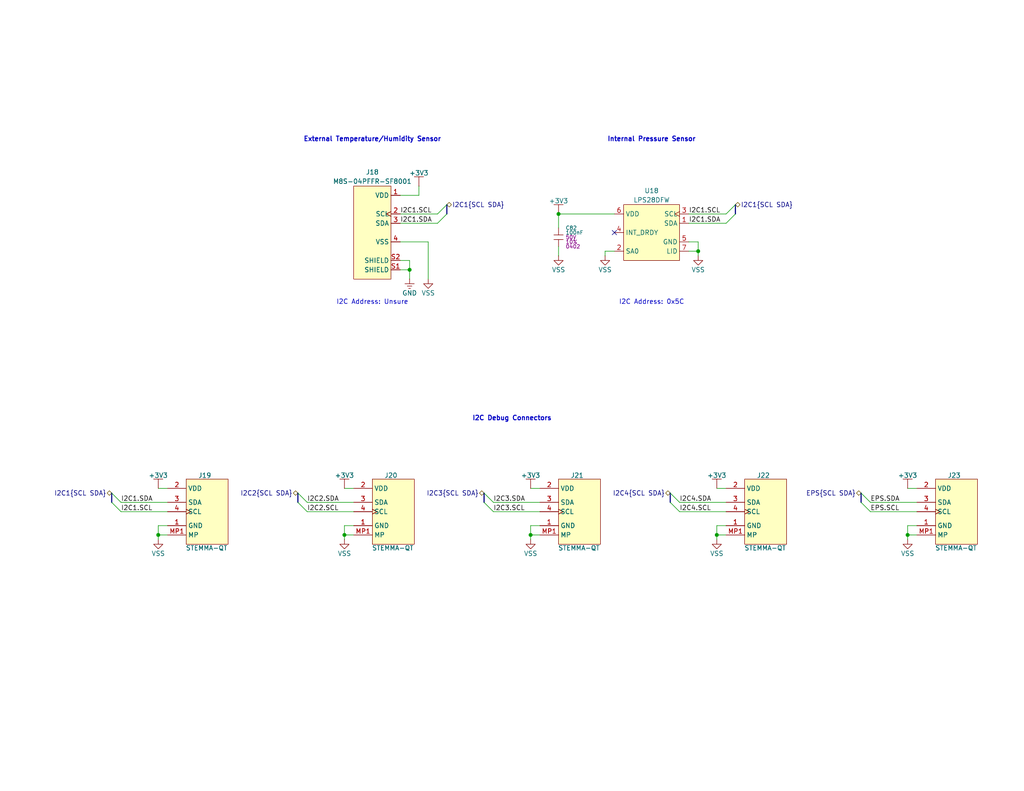
<source format=kicad_sch>
(kicad_sch (version 20250114) (generator "eeschema") (generator_version "9.0")
  (paper "USLetter")
  (title_block (title "Environmental Sensors") (date "2025-03-20") (rev "1") (comment 2 "PROTOTYPE") (comment 3 "2025"))
  (lib_symbols
    (symbol "lib_pwr:+3V3" (power) (pin_numbers (hide yes)) (pin_names (offset 0) (hide yes))
      (property "Value" "+3V3" (at 0 3.556 0))
      (symbol "+3V3_0_1"
        (polyline (pts (xy -1.27 2.54) (xy 0 2.54)))
        (polyline (pts (xy 0 2.54) (xy 1.27 2.54)))
        (polyline (pts (xy 0 0) (xy 0 2.54)))
      )
      (symbol "+3V3_1_1"
        (pin power_in line (at 0 0 90) (length 0) (name "~") (number "1"))
      )
    )
    (symbol "lib_pwr:GND" (power) (pin_numbers (hide yes)) (pin_names (offset 0) (hide yes))
      (property "Value" "GND" (at 0 -3.81 0))
      (symbol "GND_0_1"
        (polyline (pts (xy -1.27 -1.27) (xy -1.27 -1.27)))
        (polyline (pts (xy -0.635 -1.905) (xy 0.635 -1.905)))
        (polyline (pts (xy -0.254 -2.54) (xy -0.254 -2.54)))
        (polyline (pts (xy -0.254 -2.54) (xy 0.254 -2.54)))
        (polyline (pts (xy 0 0) (xy 0 -1.27)))
        (polyline (pts (xy 1.27 -1.27) (xy -1.27 -1.27)))
      )
      (symbol "GND_1_1"
        (pin power_in line (at 0 0 270) (length 0) (name "~") (number "1"))
      )
    )
    (symbol "lib_pwr:VSS" (power) (pin_numbers (hide yes)) (pin_names (offset 0) (hide yes))
      (property "Value" "VSS" (at 0 -3.81 0))
      (symbol "VSS_0_1"
        (polyline (pts (xy 0 0) (xy 0 -1.27) (xy 1.27 -1.27) (xy 0 -2.54) (xy -1.27 -1.27) (xy 0 -1.27)))
      )
      (symbol "VSS_1_1"
        (pin power_in line (at 0 0 270) (length 0) (name "~") (number "1"))
      )
    )
    (symbol "lib_sch:C" (pin_numbers (hide yes)) (pin_names (hide yes))
      (property "Reference" "C?" (at 1.905 2.54 0))
      (property "Value" "CAP" (at 1.905 1.27 0))
      (property "Tolerance" "TOL" (at 1.905 -1.27 0))
      (property "Voltage Rating" "VOLTAGE" (at 1.905 0 0))
      (property "Package" "PKG" (at 1.905 -2.54 0))
      (symbol "C_0_1"
        (polyline (pts (xy -1.27 0.635) (xy 1.27 0.635)))
        (polyline (pts (xy -1.27 -0.635) (xy 1.27 -0.635)))
      )
      (symbol "C_1_1"
        (pin passive line (at 0 2.54 270) (length 1.905) (name "") (number "1"))
        (pin passive line (at 0 -2.54 90) (length 1.905) (name "") (number "2"))
      )
    )
    (symbol "lib_sch:LPS28DFW"
      (property "Reference" "U?" (at 0 11.43 0))
      (property "Value" "LPS28DFW" (at 0 8.89 0))
      (symbol "LPS28DFW_0_0"
        (pin power_in line (at -10.16 5.08 0) (length 2.54) (name "VDD") (number "6"))
        (pin output line (at -10.16 0 0) (length 2.54) (name "INT_DRDY") (number "4"))
        (pin input line (at -10.16 -5.08 0) (length 2.54) (name "SA0") (number "2"))
        (pin bidirectional clock (at 10.16 5.08 180) (length 2.54) (name "SCL") (number "3"))
        (pin bidirectional line (at 10.16 2.54 180) (length 2.54) (name "SDA") (number "1"))
        (pin passive line (at 10.16 -2.54 180) (length 2.54) (name "GND") (number "5"))
      )
      (symbol "LPS28DFW_1_0"
        (pin passive line (at 10.16 -5.08 180) (length 2.54) (name "LID") (number "7"))
      )
      (symbol "LPS28DFW_1_1"
        (rectangle (start -7.62 7.62) (end 7.62 -7.62) (fill (type background)))
      )
    )
    (symbol "lib_sch:M8S-04PFFR-SF8001"
      (property "Reference" "J?" (at 0 16.51 0))
      (property "Value" "M8S-04PFFR-SF8001" (at 0 13.97 0))
      (symbol "M8S-04PFFR-SF8001_0_0"
        (pin power_out line (at 7.62 10.16 180) (length 2.54) (name "VDD") (number "1"))
        (pin bidirectional clock (at 7.62 5.08 180) (length 2.54) (name "SCL") (number "2"))
        (pin bidirectional line (at 7.62 2.54 180) (length 2.54) (name "SDA") (number "3"))
        (pin passive line (at 7.62 -7.62 180) (length 2.54) (name "SHIELD") (number "S2"))
        (pin passive line (at 7.62 -10.16 180) (length 2.54) (name "SHIELD") (number "S1"))
      )
      (symbol "M8S-04PFFR-SF8001_1_0"
        (pin power_in line (at 7.62 -2.54 180) (length 2.54) (name "VSS") (number "4"))
      )
      (symbol "M8S-04PFFR-SF8001_1_1"
        (rectangle (start -5.08 12.7) (end 5.08 -12.7) (fill (type background)))
      )
    )
    (symbol "lib_sch:STEMMA-QT"
      (property "Reference" "J" (at 2.54 9.906 0))
      (property "Value" "STEMMA-QT" (at 3.048 -9.906 0))
      (symbol "STEMMA-QT_1_0"
        (pin power_in line (at -7.62 6.35 0) (length 5.08) (name "VDD") (number "2"))
        (pin bidirectional line (at -7.62 2.54 0) (length 5.08) (name "SDA") (number "3"))
        (pin bidirectional clock (at -7.62 0 0) (length 5.08) (name "SCL") (number "4"))
        (pin power_in line (at -7.62 -3.81 0) (length 5.08) (name "GND") (number "1"))
        (pin passive line (at -7.62 -6.35 0) (length 5.08) (name "MP") (number "MP1"))
        (pin passive line (at -7.62 -6.35 0) (length 5.08) (hide yes) (name "MP") (number "MP2"))
      )
      (symbol "STEMMA-QT_1_1"
        (rectangle (start -2.54 8.89) (end 8.89 -8.89) (fill (type background)))
      )
    )
  )
  (text "I2C Address: Unsure" (at 101.6 82.55 0) (effects (font (size 1.27 1.27) (thickness 0.1588))))
  (text "I2C Address: 0x5C" (at 177.8 82.55 0) (effects (font (size 1.27 1.27) (thickness 0.1588))))
  (text "Internal Pressure Sensor" (at 177.8 38.1 0) (effects (font (size 1.27 1.27) (thickness 0.254) (bold yes))))
  (text "I2C Debug Connectors" (at 139.7 114.3 0) (effects (font (size 1.27 1.27) (thickness 0.254) (bold yes))))
  (text "External Temperature/Humidity Sensor" (at 101.6 38.1 0) (effects (font (size 1.27 1.27) (thickness 0.254) (bold yes))))
  (junction (at 247.65 146.05))
  (junction (at 152.4 58.42))
  (junction (at 195.58 146.05))
  (junction (at 93.98 146.05))
  (junction (at 111.76 73.66))
  (junction (at 43.18 146.05))
  (junction (at 144.78 146.05))
  (junction (at 190.5 68.58))
  (no_connect (at 167.64 63.5))
  (bus_entry (at 33.02 139.7) (size -2.54 -2.54))
  (bus_entry (at 83.82 139.7) (size -2.54 -2.54))
  (bus_entry (at 119.38 60.96) (size 2.54 -2.54))
  (bus_entry (at 185.42 137.16) (size -2.54 -2.54))
  (bus_entry (at 237.49 137.16) (size -2.54 -2.54))
  (bus_entry (at 237.49 139.7) (size -2.54 -2.54))
  (bus_entry (at 119.38 58.42) (size 2.54 -2.54))
  (bus_entry (at 198.12 60.96) (size 2.54 -2.54))
  (bus_entry (at 33.02 137.16) (size -2.54 -2.54))
  (bus_entry (at 83.82 137.16) (size -2.54 -2.54))
  (bus_entry (at 134.62 137.16) (size -2.54 -2.54))
  (bus_entry (at 185.42 139.7) (size -2.54 -2.54))
  (bus_entry (at 134.62 139.7) (size -2.54 -2.54))
  (bus_entry (at 198.12 58.42) (size 2.54 -2.54))
  (wire (pts (xy 195.58 143.51) (xy 195.58 146.05)))
  (wire (pts (xy 187.96 66.04) (xy 190.5 66.04)))
  (wire (pts (xy 187.96 58.42) (xy 198.12 58.42)))
  (wire (pts (xy 195.58 133.35) (xy 198.12 133.35)))
  (wire (pts (xy 93.98 133.35) (xy 96.52 133.35)))
  (wire (pts (xy 111.76 76.2) (xy 111.76 73.66)))
  (wire (pts (xy 187.96 60.96) (xy 198.12 60.96)))
  (wire (pts (xy 83.82 139.7) (xy 96.52 139.7)))
  (wire (pts (xy 144.78 133.35) (xy 147.32 133.35)))
  (wire (pts (xy 134.62 137.16) (xy 147.32 137.16)))
  (wire (pts (xy 247.65 146.05) (xy 250.19 146.05)))
  (bus (pts (xy 182.88 137.16) (xy 182.88 134.62)))
  (wire (pts (xy 247.65 143.51) (xy 247.65 146.05)))
  (wire (pts (xy 247.65 147.32) (xy 247.65 146.05)))
  (bus (pts (xy 234.95 137.16) (xy 234.95 134.62)))
  (wire (pts (xy 109.22 66.04) (xy 116.84 66.04)))
  (wire (pts (xy 33.02 139.7) (xy 45.72 139.7)))
  (wire (pts (xy 109.22 71.12) (xy 111.76 71.12)))
  (bus (pts (xy 132.08 137.16) (xy 132.08 134.62)))
  (wire (pts (xy 152.4 67.31) (xy 152.4 69.85)))
  (wire (pts (xy 190.5 66.04) (xy 190.5 68.58)))
  (wire (pts (xy 43.18 146.05) (xy 45.72 146.05)))
  (wire (pts (xy 134.62 139.7) (xy 147.32 139.7)))
  (wire (pts (xy 250.19 143.51) (xy 247.65 143.51)))
  (wire (pts (xy 93.98 146.05) (xy 96.52 146.05)))
  (wire (pts (xy 152.4 62.23) (xy 152.4 58.42)))
  (wire (pts (xy 185.42 137.16) (xy 198.12 137.16)))
  (wire (pts (xy 109.22 53.34) (xy 114.3 53.34)))
  (wire (pts (xy 185.42 139.7) (xy 198.12 139.7)))
  (wire (pts (xy 190.5 69.85) (xy 190.5 68.58)))
  (wire (pts (xy 111.76 73.66) (xy 109.22 73.66)))
  (wire (pts (xy 45.72 143.51) (xy 43.18 143.51)))
  (bus (pts (xy 81.28 137.16) (xy 81.28 134.62)))
  (wire (pts (xy 237.49 137.16) (xy 250.19 137.16)))
  (wire (pts (xy 165.1 68.58) (xy 167.64 68.58)))
  (bus (pts (xy 30.48 137.16) (xy 30.48 134.62)))
  (wire (pts (xy 43.18 133.35) (xy 45.72 133.35)))
  (wire (pts (xy 96.52 143.51) (xy 93.98 143.51)))
  (wire (pts (xy 109.22 60.96) (xy 119.38 60.96)))
  (wire (pts (xy 114.3 53.34) (xy 114.3 50.8)))
  (wire (pts (xy 190.5 68.58) (xy 187.96 68.58)))
  (wire (pts (xy 144.78 147.32) (xy 144.78 146.05)))
  (wire (pts (xy 147.32 143.51) (xy 144.78 143.51)))
  (wire (pts (xy 152.4 58.42) (xy 167.64 58.42)))
  (wire (pts (xy 109.22 58.42) (xy 119.38 58.42)))
  (wire (pts (xy 237.49 139.7) (xy 250.19 139.7)))
  (wire (pts (xy 116.84 66.04) (xy 116.84 76.2)))
  (wire (pts (xy 198.12 143.51) (xy 195.58 143.51)))
  (wire (pts (xy 83.82 137.16) (xy 96.52 137.16)))
  (bus (pts (xy 200.66 55.88) (xy 200.66 58.42)))
  (bus (pts (xy 121.92 55.88) (xy 121.92 58.42)))
  (wire (pts (xy 195.58 147.32) (xy 195.58 146.05)))
  (wire (pts (xy 165.1 69.85) (xy 165.1 68.58)))
  (wire (pts (xy 33.02 137.16) (xy 45.72 137.16)))
  (wire (pts (xy 111.76 71.12) (xy 111.76 73.66)))
  (wire (pts (xy 195.58 146.05) (xy 198.12 146.05)))
  (wire (pts (xy 144.78 143.51) (xy 144.78 146.05)))
  (wire (pts (xy 144.78 146.05) (xy 147.32 146.05)))
  (wire (pts (xy 43.18 147.32) (xy 43.18 146.05)))
  (wire (pts (xy 93.98 143.51) (xy 93.98 146.05)))
  (wire (pts (xy 247.65 133.35) (xy 250.19 133.35)))
  (wire (pts (xy 43.18 143.51) (xy 43.18 146.05)))
  (wire (pts (xy 93.98 147.32) (xy 93.98 146.05)))
  (label "I2C3.SCL" (at 134.62 139.7 0))
  (label "I2C2.SDA" (at 83.82 137.16 0))
  (label "EPS.SCL" (at 237.49 139.7 0))
  (label "I2C1.SCL" (at 187.96 58.42 0))
  (label "I2C1.SDA" (at 109.22 60.96 0))
  (label "I2C2.SCL" (at 83.82 139.7 0))
  (label "I2C1.SDA" (at 33.02 137.16 0))
  (label "EPS.SDA" (at 237.49 137.16 0))
  (label "I2C4.SDA" (at 185.42 137.16 0))
  (label "I2C1.SCL" (at 33.02 139.7 0))
  (label "I2C1.SCL" (at 109.22 58.42 0))
  (label "I2C1.SDA" (at 187.96 60.96 0))
  (label "I2C4.SCL" (at 185.42 139.7 0))
  (label "I2C3.SDA" (at 134.62 137.16 0))
  (hierarchical_label "I2C1{SCL SDA}" (shape bidirectional) (at 200.66 55.88 0))
  (hierarchical_label "I2C3{SCL SDA}" (shape bidirectional) (at 132.08 134.62 180))
  (hierarchical_label "I2C4{SCL SDA}" (shape bidirectional) (at 182.88 134.62 180))
  (hierarchical_label "I2C1{SCL SDA}" (shape bidirectional) (at 121.92 55.88 0))
  (hierarchical_label "I2C1{SCL SDA}" (shape bidirectional) (at 30.48 134.62 180))
  (hierarchical_label "EPS{SCL SDA}" (shape bidirectional) (at 234.95 134.62 180))
  (hierarchical_label "I2C2{SCL SDA}" (shape bidirectional) (at 81.28 134.62 180))
  (symbol (lib_id "lib_pwr:VSS") (at 43.18 147.32 0) (unit 1)
    (property "Reference" "#PWR0199" (effects (hide yes)))
    (property "Value" "VSS" (at 43.18 151.13 0))
  )
  (symbol (lib_id "lib_sch:STEMMA-QT") (at 205.74 139.7 0) (unit 1)
    (property "Reference" "J22" (at 208.28 129.794 0))
    (property "Value" "STEMMA-QT" (at 208.788 149.606 0))
    (property "Footprint" "lib_connectors:JST_SH_BM04B-SRSS-TB" (effects (hide yes)))
    (property "Datasheet" "datasheets/JST-SH-Series.pdf" (effects (hide yes)))
    (property "Description" "CONN HEADER SMD 4POS 1MM" (effects (hide yes)))
    (property "Manufacturer" "JST Sales America Inc." (effects (hide yes)))
    (property "MPN" "BM04B-SRSS-TB" (effects (hide yes)))
    (property "DKPN" "455-BM04B-SRSS-TBCT-ND" (effects (hide yes)))
  )
  (symbol (lib_id "lib_sch:STEMMA-QT") (at 53.34 139.7 0) (unit 1)
    (property "Reference" "J19" (at 55.88 129.794 0))
    (property "Value" "STEMMA-QT" (at 56.388 149.606 0))
    (property "Footprint" "lib_connectors:JST_SH_BM04B-SRSS-TB" (effects (hide yes)))
    (property "Datasheet" "datasheets/JST-SH-Series.pdf" (effects (hide yes)))
    (property "Description" "CONN HEADER SMD 4POS 1MM" (effects (hide yes)))
    (property "Manufacturer" "JST Sales America Inc." (effects (hide yes)))
    (property "MPN" "BM04B-SRSS-TB" (effects (hide yes)))
    (property "DKPN" "455-BM04B-SRSS-TBCT-ND" (effects (hide yes)))
  )
  (symbol (lib_id "lib_sch:STEMMA-QT") (at 104.14 139.7 0) (unit 1)
    (property "Reference" "J20" (at 106.68 129.794 0))
    (property "Value" "STEMMA-QT" (at 107.188 149.606 0))
    (property "Footprint" "lib_connectors:JST_SH_BM04B-SRSS-TB" (effects (hide yes)))
    (property "Datasheet" "datasheets/JST-SH-Series.pdf" (effects (hide yes)))
    (property "Description" "CONN HEADER SMD 4POS 1MM" (effects (hide yes)))
    (property "Manufacturer" "JST Sales America Inc." (effects (hide yes)))
    (property "MPN" "BM04B-SRSS-TB" (effects (hide yes)))
    (property "DKPN" "455-BM04B-SRSS-TBCT-ND" (effects (hide yes)))
  )
  (symbol (lib_id "lib_pwr:VSS") (at 195.58 147.32 0) (unit 1)
    (property "Reference" "#PWR0202" (effects (hide yes)))
    (property "Value" "VSS" (at 195.58 151.13 0))
  )
  (symbol (lib_id "lib_pwr:+3V3") (at 144.78 133.35 0) (unit 1)
    (property "Reference" "#PWR0196" (effects (hide yes)))
    (property "Value" "+3V3" (at 144.78 129.794 0))
  )
  (symbol (lib_id "lib_pwr:VSS") (at 247.65 147.32 0) (unit 1)
    (property "Reference" "#PWR0203" (effects (hide yes)))
    (property "Value" "VSS" (at 247.65 151.13 0))
  )
  (symbol (lib_id "lib_pwr:+3V3") (at 247.65 133.35 0) (unit 1)
    (property "Reference" "#PWR0198" (effects (hide yes)))
    (property "Value" "+3V3" (at 247.65 129.794 0))
  )
  (symbol (lib_id "lib_pwr:VSS") (at 93.98 147.32 0) (unit 1)
    (property "Reference" "#PWR0200" (effects (hide yes)))
    (property "Value" "VSS" (at 93.98 151.13 0))
  )
  (symbol (lib_id "lib_sch:STEMMA-QT") (at 154.94 139.7 0) (unit 1)
    (property "Reference" "J21" (at 157.48 129.794 0))
    (property "Value" "STEMMA-QT" (at 157.988 149.606 0))
    (property "Footprint" "lib_connectors:JST_SH_BM04B-SRSS-TB" (effects (hide yes)))
    (property "Datasheet" "datasheets/JST-SH-Series.pdf" (effects (hide yes)))
    (property "Description" "CONN HEADER SMD 4POS 1MM" (effects (hide yes)))
    (property "Manufacturer" "JST Sales America Inc." (effects (hide yes)))
    (property "MPN" "BM04B-SRSS-TB" (effects (hide yes)))
    (property "DKPN" "455-BM04B-SRSS-TBCT-ND" (effects (hide yes)))
  )
  (symbol (lib_id "lib_pwr:+3V3") (at 93.98 133.35 0) (unit 1)
    (property "Reference" "#PWR0195" (effects (hide yes)))
    (property "Value" "+3V3" (at 93.98 129.794 0))
  )
  (symbol (lib_id "lib_pwr:VSS") (at 152.4 69.85 0) (unit 1)
    (property "Reference" "#PWR0189" (effects (hide yes)))
    (property "Value" "VSS" (at 152.4 73.66 0))
  )
  (symbol (lib_id "lib_sch:STEMMA-QT") (at 257.81 139.7 0) (unit 1)
    (property "Reference" "J23" (at 260.35 129.794 0))
    (property "Value" "STEMMA-QT" (at 260.858 149.606 0))
    (property "Footprint" "lib_connectors:JST_SH_BM04B-SRSS-TB" (effects (hide yes)))
    (property "Datasheet" "datasheets/JST-SH-Series.pdf" (effects (hide yes)))
    (property "Description" "CONN HEADER SMD 4POS 1MM" (effects (hide yes)))
    (property "Manufacturer" "JST Sales America Inc." (effects (hide yes)))
    (property "MPN" "BM04B-SRSS-TB" (effects (hide yes)))
    (property "DKPN" "455-BM04B-SRSS-TBCT-ND" (effects (hide yes)))
  )
  (symbol (lib_id "lib_sch:C") (at 152.4 64.77 0) (unit 1)
    (property "Reference" "C82" (at 154.305 62.23 0) (effects (font (size 1.016 1.016)) (justify left)))
    (property "Value" "100nF" (at 154.305 63.5 0) (effects (font (size 1.016 1.016)) (justify left)))
    (property "Footprint" "lib_passives:GCM0402" (effects (hide yes)))
    (property "Datasheet" "datasheets/Murata-Electronics-GRT155R71H104KE01.pdf" (effects (hide yes)))
    (property "Description" "CAP CER 0.1UF 50V X7R 0402" (effects (hide yes)))
    (property "Manufacturer" "Murata Electronics" (effects (hide yes)))
    (property "MPN" "GRT155R71H104KE01D" (effects (hide yes)))
    (property "DKPN" "490-GRT155R71H104KE01DCT-ND" (effects (hide yes)))
    (property "Tolerance" "10%" (at 154.305 66.04 0) (effects (font (size 1.016 1.016)) (justify left)))
    (property "Voltage Rating" "50V" (at 154.305 64.77 0) (effects (font (size 1.016 1.016)) (justify left)))
    (property "Package" "0402" (at 154.305 67.31 0) (effects (font (size 1.016 1.016)) (justify left)))
  )
  (symbol (lib_id "lib_pwr:VSS") (at 144.78 147.32 0) (unit 1)
    (property "Reference" "#PWR0201" (effects (hide yes)))
    (property "Value" "VSS" (at 144.78 151.13 0))
  )
  (symbol (lib_id "lib_pwr:+3V3") (at 114.3 50.8 0) (unit 1)
    (property "Reference" "#PWR0187" (effects (hide yes)))
    (property "Value" "+3V3" (at 114.3 47.244 0))
  )
  (symbol (lib_id "lib_sch:M8S-04PFFR-SF8001") (at 101.6 63.5 0) (unit 1)
    (property "Reference" "J18" (at 101.6 46.99 0))
    (property "Value" "M8S-04PFFR-SF8001" (at 101.6 49.53 0))
    (property "Footprint" "lib_connectors:M8S-04PFFR-SF8001" (effects (hide yes)))
    (property "Datasheet" "datasheets/Amphenol-M8S-04PFFR-SF8001.pdf" (effects (hide yes)))
    (property "Description" "CONN RCPT FMALE 4POS GOLD SOLDER" (effects (hide yes)))
    (property "Manufacturer" "Amphenol LTW" (effects (hide yes)))
    (property "MPN" "M8S-04PFFR-SF8001" (effects (hide yes)))
    (property "DKPN" "1754-1451-ND" (effects (hide yes)))
  )
  (symbol (lib_id "lib_pwr:+3V3") (at 195.58 133.35 0) (unit 1)
    (property "Reference" "#PWR0197" (effects (hide yes)))
    (property "Value" "+3V3" (at 195.58 129.794 0))
  )
  (symbol (lib_id "lib_pwr:VSS") (at 116.84 76.2 0) (unit 1)
    (property "Reference" "#PWR0193" (effects (hide yes)))
    (property "Value" "VSS" (at 116.84 80.01 0))
  )
  (symbol (lib_id "lib_pwr:VSS") (at 190.5 69.85 0) (unit 1)
    (property "Reference" "#PWR0191" (effects (hide yes)))
    (property "Value" "VSS" (at 190.5 73.66 0))
  )
  (symbol (lib_id "lib_sch:LPS28DFW") (at 177.8 63.5 0) (unit 1)
    (property "Reference" "U18" (at 177.8 52.07 0))
    (property "Value" "LPS28DFW" (at 177.8 54.61 0))
    (property "Footprint" "lib_ICs:CCLGA7_LPS28DFWTR" (effects (hide yes)))
    (property "Datasheet" "datasheets/ST-LPS28DFW.pdf" (effects (hide yes)))
    (property "Description" "SENSOR 58.89PSIA 24BIT CCLGA-7L" (effects (hide yes)))
    (property "Manufacturer" "STMicroelectronics" (effects (hide yes)))
    (property "MPN" "LPS28DFWTR" (effects (hide yes)))
    (property "DKPN" "497-LPS28DFWTRCT-ND" (effects (hide yes)))
  )
  (symbol (lib_id "lib_pwr:GND") (at 111.76 76.2 0) (unit 1)
    (property "Reference" "#PWR0192" (effects (hide yes)))
    (property "Value" "GND" (at 111.76 80.01 0))
  )
  (symbol (lib_id "lib_pwr:+3V3") (at 152.4 58.42 0) (unit 1)
    (property "Reference" "#PWR0188" (effects (hide yes)))
    (property "Value" "+3V3" (at 152.4 54.864 0))
  )
  (symbol (lib_id "lib_pwr:VSS") (at 165.1 69.85 0) (unit 1)
    (property "Reference" "#PWR0190" (effects (hide yes)))
    (property "Value" "VSS" (at 165.1 73.66 0))
  )
  (symbol (lib_id "lib_pwr:+3V3") (at 43.18 133.35 0) (unit 1)
    (property "Reference" "#PWR0194" (effects (hide yes)))
    (property "Value" "+3V3" (at 43.18 129.794 0))
  )
)
</source>
